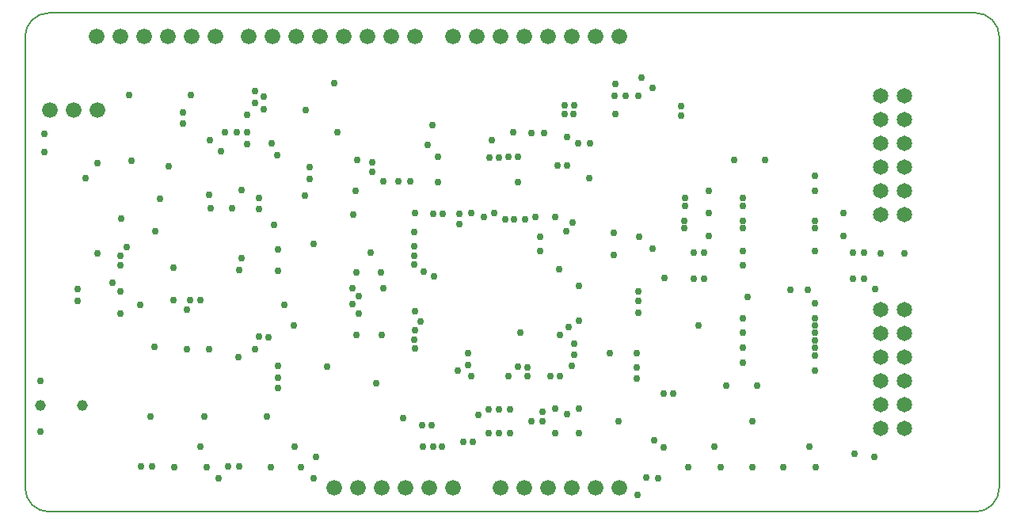
<source format=gbs>
%FSLAX25Y25*%
%MOIN*%
G70*
G01*
G75*
G04 Layer_Color=16711935*
%ADD10O,0.06102X0.02165*%
%ADD11R,0.04921X0.01378*%
%ADD12O,0.07087X0.01181*%
%ADD13O,0.01181X0.07087*%
%ADD14R,0.02362X0.03937*%
%ADD15R,0.01772X0.03937*%
%ADD16R,0.07480X0.02835*%
%ADD17R,0.04921X0.07284*%
%ADD18R,0.09843X0.03543*%
%ADD19R,0.00984X0.03150*%
%ADD20R,0.07087X0.11811*%
%ADD21R,0.05118X0.09055*%
%ADD22R,0.07087X0.07480*%
%ADD23R,0.05512X0.06299*%
%ADD24R,0.05315X0.01575*%
%ADD25R,0.07874X0.04724*%
%ADD26R,0.04331X0.12598*%
%ADD27R,0.02953X0.02559*%
%ADD28R,0.02756X0.01969*%
%ADD29R,0.01969X0.02756*%
%ADD30R,0.05906X0.05118*%
%ADD31R,0.02362X0.01969*%
%ADD32R,0.02559X0.02953*%
%ADD33R,0.01969X0.02362*%
%ADD34C,0.00600*%
%ADD35C,0.01000*%
%ADD36C,0.01500*%
%ADD37C,0.02000*%
%ADD38C,0.03000*%
%ADD39C,0.06000*%
%ADD40C,0.05906*%
%ADD41C,0.03937*%
%ADD42C,0.02400*%
%ADD43C,0.04000*%
%ADD44C,0.06400*%
G04:AMPARAMS|DCode=45|XSize=80mil|YSize=80mil|CornerRadius=0mil|HoleSize=0mil|Usage=FLASHONLY|Rotation=0.000|XOffset=0mil|YOffset=0mil|HoleType=Round|Shape=Relief|Width=8mil|Gap=10mil|Entries=4|*
%AMTHD45*
7,0,0,0.08000,0.06000,0.00800,45*
%
%ADD45THD45*%
%ADD46C,0.09400*%
%ADD47C,0.14900*%
G04:AMPARAMS|DCode=48|XSize=50mil|YSize=50mil|CornerRadius=0mil|HoleSize=0mil|Usage=FLASHONLY|Rotation=0.000|XOffset=0mil|YOffset=0mil|HoleType=Round|Shape=Relief|Width=8mil|Gap=10mil|Entries=4|*
%AMTHD48*
7,0,0,0.05000,0.03000,0.00800,45*
%
%ADD48THD48*%
%ADD49C,0.03400*%
%ADD50C,0.00984*%
%ADD51C,0.02362*%
%ADD52C,0.00787*%
%ADD53C,0.00394*%
%ADD54O,0.06702X0.02765*%
%ADD55R,0.05521X0.01978*%
%ADD56O,0.07687X0.01781*%
%ADD57O,0.01781X0.07687*%
%ADD58R,0.02962X0.04537*%
%ADD59R,0.02372X0.04537*%
%ADD60R,0.08080X0.03435*%
%ADD61R,0.05521X0.07883*%
%ADD62R,0.10394X0.04095*%
%ADD63R,0.01535X0.03701*%
%ADD64R,0.07687X0.12411*%
%ADD65R,0.05718X0.09655*%
%ADD66R,0.07687X0.08080*%
%ADD67R,0.06112X0.06899*%
%ADD68R,0.05915X0.02175*%
%ADD69R,0.08474X0.05324*%
%ADD70R,0.04931X0.13198*%
%ADD71R,0.03553X0.03159*%
%ADD72R,0.03356X0.02569*%
%ADD73R,0.02569X0.03356*%
%ADD74R,0.06506X0.05718*%
%ADD75R,0.02962X0.02569*%
%ADD76R,0.03159X0.03553*%
%ADD77R,0.02569X0.02962*%
%ADD78C,0.06600*%
%ADD79C,0.06506*%
%ADD80C,0.04537*%
%ADD81C,0.00300*%
%ADD82C,0.03000*%
D34*
X800Y10400D02*
G03*
X10800Y400I10000J0D01*
G01*
Y210400D02*
G03*
X800Y200400I0J-10000D01*
G01*
X410800D02*
G03*
X400800Y210400I-10000J0D01*
G01*
Y400D02*
G03*
X410800Y10400I0J10000D01*
G01*
X800D02*
Y200400D01*
X10800Y400D02*
X400800D01*
X410800Y10400D02*
Y200400D01*
X10800Y210400D02*
X400800D01*
D78*
X130800Y10400D02*
D03*
X140800D02*
D03*
X150800D02*
D03*
X160800D02*
D03*
X170800D02*
D03*
X180800D02*
D03*
Y200400D02*
D03*
X190800D02*
D03*
X200800D02*
D03*
X210800D02*
D03*
X220800D02*
D03*
X230800D02*
D03*
X240800D02*
D03*
X250800D02*
D03*
Y10400D02*
D03*
X240800D02*
D03*
X230800D02*
D03*
X220800D02*
D03*
X210800D02*
D03*
X200800D02*
D03*
X30800Y200400D02*
D03*
X40800D02*
D03*
X50800D02*
D03*
X60800D02*
D03*
X70800D02*
D03*
X80800D02*
D03*
X31300Y169500D02*
D03*
X21300D02*
D03*
X11300D02*
D03*
X94800Y200400D02*
D03*
X104800D02*
D03*
X114800D02*
D03*
X124800D02*
D03*
X134800D02*
D03*
X144800D02*
D03*
X154800D02*
D03*
X164800D02*
D03*
D79*
X360800Y175400D02*
D03*
Y165400D02*
D03*
Y155400D02*
D03*
Y125400D02*
D03*
Y135400D02*
D03*
Y145400D02*
D03*
X370800D02*
D03*
Y135400D02*
D03*
Y125400D02*
D03*
Y155400D02*
D03*
Y165400D02*
D03*
Y175400D02*
D03*
Y85400D02*
D03*
Y75400D02*
D03*
Y65400D02*
D03*
Y35400D02*
D03*
Y45400D02*
D03*
Y55400D02*
D03*
X360800D02*
D03*
Y45400D02*
D03*
Y35400D02*
D03*
Y65400D02*
D03*
Y75400D02*
D03*
Y85400D02*
D03*
D80*
X7100Y45147D02*
D03*
X24816D02*
D03*
D81*
X400000Y10000D02*
D03*
X10000D02*
D03*
X400000Y200000D02*
D03*
X10000D02*
D03*
D82*
X253500Y175400D02*
D03*
X259000D02*
D03*
X90000Y160000D02*
D03*
X85000D02*
D03*
X94300D02*
D03*
X248900Y175400D02*
D03*
X258800Y89268D02*
D03*
Y93269D02*
D03*
X22800Y89200D02*
D03*
X146735Y147400D02*
D03*
X138800Y125400D02*
D03*
X22800Y94100D02*
D03*
X183400Y125800D02*
D03*
Y121500D02*
D03*
X231700Y167900D02*
D03*
X231800Y171400D02*
D03*
X227800D02*
D03*
Y167900D02*
D03*
X67300Y168500D02*
D03*
Y163900D02*
D03*
X78400Y156700D02*
D03*
X83200Y152200D02*
D03*
X94300Y167500D02*
D03*
X94100Y155000D02*
D03*
X97600Y177600D02*
D03*
Y172400D02*
D03*
X101200Y169800D02*
D03*
Y175000D02*
D03*
X249300Y180400D02*
D03*
X249100Y167900D02*
D03*
X260200Y183200D02*
D03*
X265000Y178700D02*
D03*
X277000Y171000D02*
D03*
Y167000D02*
D03*
X172300Y163300D02*
D03*
X109900Y87532D02*
D03*
X122300Y113000D02*
D03*
X55200Y69900D02*
D03*
X43431Y111831D02*
D03*
X225400Y102400D02*
D03*
X228500Y118500D02*
D03*
X209300Y75800D02*
D03*
X182800Y59900D02*
D03*
X217500Y110301D02*
D03*
X258800Y84300D02*
D03*
X229500Y78000D02*
D03*
X225800Y74900D02*
D03*
X269800Y98700D02*
D03*
X302791Y104023D02*
D03*
X185300Y29900D02*
D03*
X63700Y19100D02*
D03*
X74642Y27761D02*
D03*
X77300Y19100D02*
D03*
X114100Y27800D02*
D03*
X49516Y19376D02*
D03*
X76200Y40400D02*
D03*
X102700D02*
D03*
X286700Y109500D02*
D03*
X282200D02*
D03*
Y98600D02*
D03*
X312069Y148461D02*
D03*
X308751Y53498D02*
D03*
X349309Y98546D02*
D03*
X353809D02*
D03*
Y109500D02*
D03*
X349309D02*
D03*
X345221Y116621D02*
D03*
X345230Y126070D02*
D03*
X333218Y141818D02*
D03*
Y135519D02*
D03*
Y59928D02*
D03*
X40800Y93200D02*
D03*
X49300Y87500D02*
D03*
X63300Y89500D02*
D03*
X40800Y104100D02*
D03*
X40832Y108069D02*
D03*
X55600Y118600D02*
D03*
X63300Y103300D02*
D03*
X57569Y132269D02*
D03*
X26200Y140900D02*
D03*
X8770Y159639D02*
D03*
X8770Y151961D02*
D03*
X90600Y65400D02*
D03*
X88000Y128100D02*
D03*
X78811D02*
D03*
X107200Y101680D02*
D03*
Y110869D02*
D03*
X68968Y68700D02*
D03*
X78158D02*
D03*
X99100Y132400D02*
D03*
Y127900D02*
D03*
X105500Y121300D02*
D03*
X45400Y148000D02*
D03*
X61300Y145900D02*
D03*
X78100Y133800D02*
D03*
X269500Y50000D02*
D03*
X273468Y50068D02*
D03*
X284084Y78900D02*
D03*
X140700Y148600D02*
D03*
X120600Y145500D02*
D03*
X120500Y140500D02*
D03*
X358169Y23400D02*
D03*
X349832Y24763D02*
D03*
X360831Y109031D02*
D03*
X370831D02*
D03*
X171768Y36931D02*
D03*
X167776D02*
D03*
X141300Y83700D02*
D03*
X138491Y87691D02*
D03*
X196309Y149604D02*
D03*
X248685Y117848D02*
D03*
Y108659D02*
D03*
X164780Y84720D02*
D03*
X150500Y101000D02*
D03*
X151691Y94509D02*
D03*
X198325Y126120D02*
D03*
X223950Y43991D02*
D03*
X233792D02*
D03*
X246909Y67037D02*
D03*
X208115Y139209D02*
D03*
X174650D02*
D03*
X138491Y94600D02*
D03*
X140209Y101091D02*
D03*
X174694Y149800D02*
D03*
X208158D02*
D03*
X233749Y33400D02*
D03*
X164700Y118175D02*
D03*
X164851Y126200D02*
D03*
X188473D02*
D03*
X234001Y80773D02*
D03*
X258300Y56400D02*
D03*
X333461Y19039D02*
D03*
X330804Y27700D02*
D03*
X319861Y19039D02*
D03*
X267077Y14626D02*
D03*
X230800Y61857D02*
D03*
X265000Y111200D02*
D03*
X91842Y107258D02*
D03*
X91000Y102000D02*
D03*
X68800Y85400D02*
D03*
X70279Y89379D02*
D03*
X74547Y89400D02*
D03*
X164800Y69000D02*
D03*
X172725Y125925D02*
D03*
X176662Y125962D02*
D03*
X170300Y154900D02*
D03*
X193800Y124400D02*
D03*
X197100Y156700D02*
D03*
X211100Y123400D02*
D03*
X164700Y112269D02*
D03*
X104700Y155500D02*
D03*
X106900Y150500D02*
D03*
X139900Y135500D02*
D03*
X118700Y133600D02*
D03*
X219200Y159900D02*
D03*
X229000Y158100D02*
D03*
X215600Y124490D02*
D03*
X223906D02*
D03*
X358493Y94000D02*
D03*
X224863Y146268D02*
D03*
X258400Y7500D02*
D03*
X265500Y30500D02*
D03*
X269500Y27500D02*
D03*
X164700Y108332D02*
D03*
X146300Y109400D02*
D03*
X99300Y74000D02*
D03*
X164700Y104395D02*
D03*
X113900Y78900D02*
D03*
X103300Y73900D02*
D03*
X167300Y80400D02*
D03*
X164780Y76836D02*
D03*
X159800Y39700D02*
D03*
X168300Y27900D02*
D03*
X172400D02*
D03*
X189300Y29900D02*
D03*
X228855Y146268D02*
D03*
X299318Y148412D02*
D03*
X217500Y116200D02*
D03*
X238300Y140900D02*
D03*
X223906Y33400D02*
D03*
X250435Y38400D02*
D03*
X231900Y66500D02*
D03*
X187300Y62300D02*
D03*
Y67000D02*
D03*
X218500Y42500D02*
D03*
X229000Y41500D02*
D03*
X218500Y38500D02*
D03*
X214064D02*
D03*
X204200Y57400D02*
D03*
X232000Y71000D02*
D03*
X333218Y122921D02*
D03*
X333170Y119791D02*
D03*
X302791Y129220D02*
D03*
X278550D02*
D03*
X302791Y119771D02*
D03*
X278200D02*
D03*
X302791Y110322D02*
D03*
X295957Y53498D02*
D03*
X302791Y81976D02*
D03*
Y75676D02*
D03*
Y69377D02*
D03*
Y63078D02*
D03*
X333218Y110322D02*
D03*
Y88275D02*
D03*
Y81976D02*
D03*
Y78826D02*
D03*
Y75676D02*
D03*
Y72527D02*
D03*
Y69377D02*
D03*
Y66228D02*
D03*
X225900Y57400D02*
D03*
X233800Y95400D02*
D03*
X322800Y93900D02*
D03*
X304800Y90900D02*
D03*
X330200Y93900D02*
D03*
X238400Y155400D02*
D03*
X233500Y155500D02*
D03*
X288440Y135519D02*
D03*
X278550Y132369D02*
D03*
X302791D02*
D03*
X288400Y126200D02*
D03*
X278200Y122921D02*
D03*
X302791D02*
D03*
X288440Y116621D02*
D03*
X307000Y38400D02*
D03*
X70500Y175900D02*
D03*
X44535D02*
D03*
X7100Y34239D02*
D03*
X31300Y109200D02*
D03*
Y147300D02*
D03*
X258300Y67000D02*
D03*
Y61100D02*
D03*
X116758Y19139D02*
D03*
X104243Y19061D02*
D03*
X279900Y19100D02*
D03*
X290843Y27761D02*
D03*
X293500Y19100D02*
D03*
X132152Y160048D02*
D03*
X91800Y135900D02*
D03*
X188500Y57400D02*
D03*
X40800Y83900D02*
D03*
X204800Y43400D02*
D03*
X206700Y123400D02*
D03*
X97637Y68800D02*
D03*
X37500Y96700D02*
D03*
X286700Y98600D02*
D03*
X231300Y122100D02*
D03*
X54100Y19400D02*
D03*
X259300Y116300D02*
D03*
X262142Y14688D02*
D03*
X307000Y19200D02*
D03*
X202800Y123400D02*
D03*
X200284Y149604D02*
D03*
X204300Y149800D02*
D03*
X206300Y160000D02*
D03*
X213800Y159900D02*
D03*
X164700Y72899D02*
D03*
X150916Y74868D02*
D03*
X141300Y91100D02*
D03*
X168500Y101500D02*
D03*
X173000Y99500D02*
D03*
X107300Y52500D02*
D03*
Y56900D02*
D03*
X107250Y61950D02*
D03*
X191400Y41300D02*
D03*
X195800Y43400D02*
D03*
X212300Y61300D02*
D03*
X208158Y61400D02*
D03*
X200284Y43400D02*
D03*
X195800Y33500D02*
D03*
X200300Y33432D02*
D03*
X204800Y33500D02*
D03*
X176300Y27900D02*
D03*
X41300Y123900D02*
D03*
X140300Y74900D02*
D03*
X221900Y57400D02*
D03*
X212100D02*
D03*
X7100Y55400D02*
D03*
X122100Y14400D02*
D03*
X90835Y19400D02*
D03*
X86100D02*
D03*
X123100Y23400D02*
D03*
X82100Y14400D02*
D03*
X146735Y143500D02*
D03*
X151600Y139400D02*
D03*
X157765D02*
D03*
X162800D02*
D03*
X118800Y169335D02*
D03*
X130800Y180900D02*
D03*
X148500Y54500D02*
D03*
X53500Y40400D02*
D03*
X127800Y61665D02*
D03*
M02*

</source>
